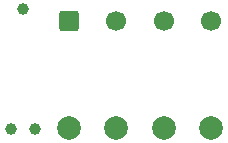
<source format=gbr>
%TF.GenerationSoftware,KiCad,Pcbnew,9.0.3*%
%TF.CreationDate,2025-07-11T23:11:04-05:00*%
%TF.ProjectId,Watch_PCB,57617463-685f-4504-9342-2e6b69636164,rev?*%
%TF.SameCoordinates,Original*%
%TF.FileFunction,Soldermask,Bot*%
%TF.FilePolarity,Negative*%
%FSLAX46Y46*%
G04 Gerber Fmt 4.6, Leading zero omitted, Abs format (unit mm)*
G04 Created by KiCad (PCBNEW 9.0.3) date 2025-07-11 23:11:04*
%MOMM*%
%LPD*%
G01*
G04 APERTURE LIST*
G04 Aperture macros list*
%AMRoundRect*
0 Rectangle with rounded corners*
0 $1 Rounding radius*
0 $2 $3 $4 $5 $6 $7 $8 $9 X,Y pos of 4 corners*
0 Add a 4 corners polygon primitive as box body*
4,1,4,$2,$3,$4,$5,$6,$7,$8,$9,$2,$3,0*
0 Add four circle primitives for the rounded corners*
1,1,$1+$1,$2,$3*
1,1,$1+$1,$4,$5*
1,1,$1+$1,$6,$7*
1,1,$1+$1,$8,$9*
0 Add four rect primitives between the rounded corners*
20,1,$1+$1,$2,$3,$4,$5,0*
20,1,$1+$1,$4,$5,$6,$7,0*
20,1,$1+$1,$6,$7,$8,$9,0*
20,1,$1+$1,$8,$9,$2,$3,0*%
G04 Aperture macros list end*
%ADD10C,1.700000*%
%ADD11RoundRect,0.250000X-0.600000X-0.600000X0.600000X-0.600000X0.600000X0.600000X-0.600000X0.600000X0*%
%ADD12C,2.000000*%
%ADD13C,0.990000*%
G04 APERTURE END LIST*
D10*
%TO.C,J3*%
X70250000Y-76250000D03*
X66250000Y-76250000D03*
X62250000Y-76250000D03*
D11*
X58250000Y-76250000D03*
D12*
X70250000Y-85250000D03*
X66250000Y-85250000D03*
X62250000Y-85250000D03*
X58250000Y-85250000D03*
%TD*%
D13*
%TO.C,J4*%
X54365000Y-75170000D03*
X55381000Y-85330000D03*
X53349000Y-85330000D03*
%TD*%
M02*

</source>
